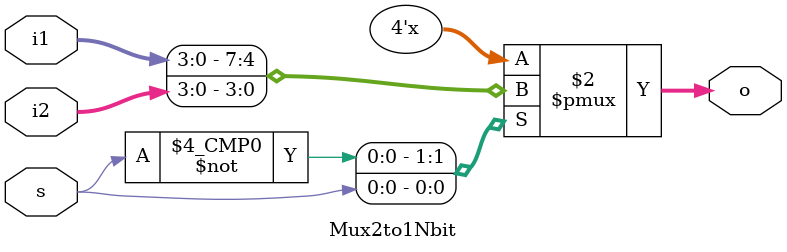
<source format=v>
module TOP(clk, rst, addr1, addr2, reg_addr, result);
    input clk;
    input rst;
    input [2:0] addr1;
    input [2:0] addr2;
    input [2:0] reg_addr;
    output [7:0] result;

    wire w_rf, DA, SA, SB;
    wire [2:0] adr;
    wire [2:0] st_out;
    wire [2:0] w_ram;
    wire [3:0] data;
    wire[3:0] A, B;
    wire[7:0] m_result;
   
    cu uut1(clk, rst, addr1, addr2, w_rf, adr, DA,SA,SB, st_out, w_ram);    
    ROM uut2(data, adr);  
    RF uut3(A, B, SA, SB, data, DA, w_rf, rst, clk);  
    Combinational_Multiplier uut4(A, B, m_result);
    RAM uut5(clk, rst, w_ram, reg_addr, m_result, result);
   
endmodule

module Combinational_Multiplier(
    input [3:0] a, 
    input [3:0] b, 
    output [7:0] product 
);
    wire [7:0] partial0, partial1, partial2, partial3;

    // partial products
    assign partial0 = b[0] ? {4'b0, a} : 8'b0;      // Least significant bit
    assign partial1 = b[1] ? {3'b0, a, 1'b0} : 8'b0; // Shifted by 1
    assign partial2 = b[2] ? {2'b0, a, 2'b0} : 8'b0; // Shifted by 2
    assign partial3 = b[3] ? {1'b0, a, 3'b0} : 8'b0; // Shifted by 3

    // Sum
    assign product = partial0 + partial1 + partial2 + partial3;
endmodule


module RAM (
    input i_clk,                 
    input i_rst,                 
    input i_write_en,            
    input [2:0] i_addr,          
    input [7:0] i_write_data,
    output reg [7:0] o_read_data 
);
    reg [7:0] mem [0:7];     // Memory array: 8 locations, each 8 bits wide

    always @(posedge i_clk) begin
        if (i_rst) begin
            // Reset to zero
            mem[0] <= 8'b0;
            mem[1] <= 8'b0;
            mem[2] <= 8'b0;
            mem[3] <= 8'b0;
            mem[4] <= 8'b0;
            mem[5] <= 8'b0;
            mem[6] <= 8'b0;
            mem[7] <= 8'b0;
        end 
        else begin
            if (i_write_en)
                mem[i_addr] <= i_write_data; // Write operation
            else
                o_read_data <= mem[i_addr];  // Read operation
        end
    end
endmodule


module ROM (ROM_data, ROM_addr);
output reg [3:0] ROM_data;
input [2:0] ROM_addr;

always @(ROM_addr) begin
	case (ROM_addr)
         3'd0: ROM_data = 4'b0000; // 0
         3'd1: ROM_data = 4'b1100; // c
         3'd2: ROM_data = 4'b0110; // 6
         3'd3: ROM_data = 4'b0111; // 7
         3'd4: ROM_data = 4'b1000; // 8
         3'd5: ROM_data = 4'b0001; // 1
         3'd6: ROM_data = 4'b1101; // d
         3'd7: ROM_data = 4'b1110; // e
    endcase
end
endmodule

module cu (

input clk, reset,
  input [2:0] adr1,
  input [2:0] adr2,
  output reg w_rf,
  output reg [2:0] adr,
  output reg DA,SA,SB,
  output reg [2:0] st_out,
  output reg [2:0] w_ram
);

   
 
parameter S0_idle = 0 , S1_send_adr1 = 1 , S2_send_adr2 = 2 ,S3_multiply = 3 ,S4_write_ram = 4,S5_read_ram=5 ;
reg [2:0] PS,NS ;

    always@(posedge clk or posedge reset)
        begin
            if(reset)
                PS <= S0_idle;  
            else    
                PS <= NS ;
        end  


 

    always@(*)
        begin
           
            case(PS)
S0_idle:begin
NS = S1_send_adr1;
                                w_rf <=1'b1;
                                w_ram <=1'b1;
            st_out <= 3'b000;
end

S1_send_adr1:begin
w_rf <=1'b1;
adr<=adr1;
DA <=1'b0;
SA <=1'b0;
SB <=1'b1;
st_out <= 3'b001;
NS = S2_send_adr2;
end

S2_send_adr2:begin
w_rf <=1'b1;
adr<=adr2;
NS = S3_multiply;
DA <=1'b1;
SA <=1'b0;
SB <=1'b1;
            st_out <= 3'b010;
  end

               S3_multiply: begin
NS = S4_write_ram;
                                st_out <= 3'b011;
w_ram<=1;
       end

                                S4_write_ram: begin
                                st_out <= 3'b100;
NS = S5_read_ram;
end

S5_read_ram: begin
                                w_ram<=0;
                                //done <=1;
                                st_out <= 3'b101;
if(!reset) begin
NS = S5_read_ram;
end
else begin
NS = S0_idle;
end
end
endcase
end



endmodule


/*Here I have created a register file using only 2 registers just t make simple. So 1 bit
is enough to represent the register Address
DA- 1bit adress of register where I want to write data
SA- 1bit adress of register, from where I want to read data
SB- 1bit adress of register, from where I want to read data
For most mathemtical operation, we need two data, so 2 registers
source address SA, SB and 1 destination DA adress to write data*/

module RF(A, B, SA, SB, D, DA, W, rst, clk);
output [3:0]A; // A bus
output [3:0]B; // B bus
input SA; // Select A - A Address
input SB; // Select B - B Address
input [3:0]D; // Data input
input DA; // Data destination address
input W; // write enable
input rst; // positive logic asynchronous reset
input clk;

wire [1:0]load_enable;
wire [3:0]R00, R01;


Decoder1to2 decoder (load_enable, DA, W);
RegisterNbit reg00 (D,R00,load_enable[0], rst, clk); //D-in, R00-out
RegisterNbit reg01 (D,R01,load_enable[1], rst, clk);
Mux2to1Nbit muxA (A,R00, R01, SA);
Mux2to1Nbit muxB (B,R00, R01,SB);

endmodule

module RegisterNbit(D, Q,  L, R, clock);
parameter N = 4; // number of bits
output reg [N-1:0]Q; // registered output
input [N-1:0]D; // data input
input L; // load enable
input R; // positive logic asynchronous reset
input clock; // positive edge clock

always @(posedge clock or posedge R) begin
if(R)
Q <= 0;
else if(L)
Q <= D;
else
Q <= Q;
end
endmodule

module Decoder1to2(m, S, en);
input S; // select
input en; // enable (positive logic)
output [1:0]m; // 32 minterms

assign m[0] = ~S&en;
assign m[1] = S&en;

endmodule

module Mux2to1Nbit(o, i1,i2, s);
   input [3:0] i1,i2;
   input  s;
   output reg  [3:0] o;
 
always @(s or i1 or i2)
begin
   case (s)
      1'b0 : o = i1;
      1'b1 : o = i2;
      default : o = 4'b0;
   endcase
end
endmodule



</source>
